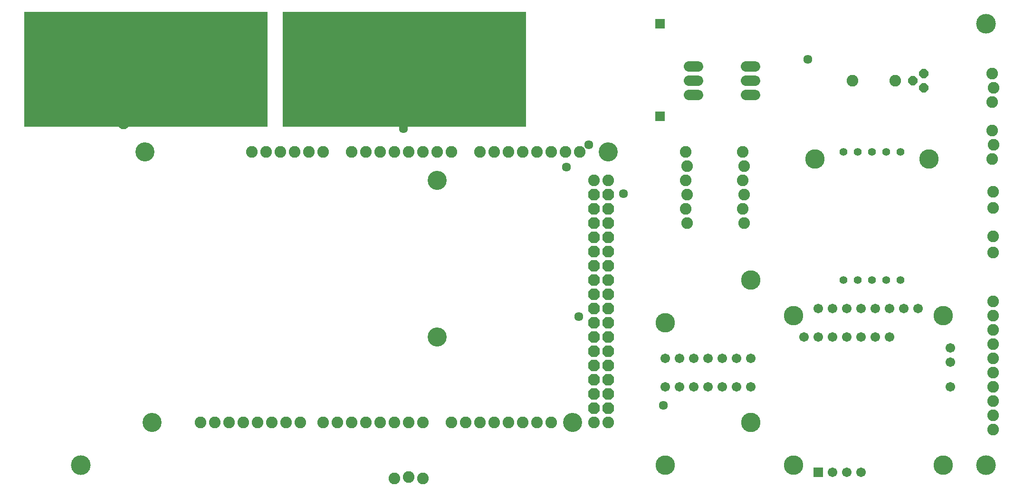
<source format=gbs>
G75*
%MOIN*%
%OFA0B0*%
%FSLAX25Y25*%
%IPPOS*%
%LPD*%
%AMOC8*
5,1,8,0,0,1.08239X$1,22.5*
%
%ADD10R,0.08800X0.08800*%
%ADD11C,0.08800*%
%ADD12R,0.06743X0.06743*%
%ADD13R,1.70500X0.81000*%
%ADD14C,0.08200*%
%ADD15OC8,0.08200*%
%ADD16C,0.13398*%
%ADD17OC8,0.06400*%
%ADD18C,0.13650*%
%ADD19C,0.06743*%
%ADD20C,0.07200*%
%ADD21C,0.05562*%
%ADD22C,0.13800*%
%ADD23C,0.06340*%
D10*
X0060842Y0282000D03*
D11*
X0060842Y0266820D03*
D12*
X0140842Y0266300D03*
X0140842Y0331300D03*
X0295842Y0331300D03*
X0322092Y0331300D03*
X0322092Y0266300D03*
X0295842Y0266300D03*
X0477092Y0266300D03*
X0477092Y0331300D03*
X0588342Y0016300D03*
D13*
X0297842Y0299300D03*
X0116592Y0299300D03*
D14*
X0100842Y0301300D03*
X0100842Y0291300D03*
X0100842Y0261300D03*
X0190842Y0241300D03*
X0200842Y0241300D03*
X0210842Y0241300D03*
X0220842Y0241300D03*
X0230842Y0241300D03*
X0240842Y0241300D03*
X0260842Y0241300D03*
X0270842Y0241300D03*
X0280842Y0241300D03*
X0290842Y0241300D03*
X0300842Y0241300D03*
X0310842Y0241300D03*
X0320842Y0241300D03*
X0330842Y0241300D03*
X0350842Y0241300D03*
X0360842Y0241300D03*
X0370842Y0241300D03*
X0380842Y0241300D03*
X0390842Y0241300D03*
X0400842Y0241300D03*
X0410842Y0241300D03*
X0420842Y0241300D03*
X0430842Y0221300D03*
X0440842Y0221300D03*
X0495342Y0221300D03*
X0496342Y0211300D03*
X0495342Y0201300D03*
X0496342Y0191300D03*
X0536342Y0191300D03*
X0535342Y0201300D03*
X0536342Y0211300D03*
X0535342Y0221300D03*
X0536342Y0231300D03*
X0535342Y0241300D03*
X0495342Y0241300D03*
X0496342Y0231300D03*
X0612092Y0291300D03*
X0642092Y0291300D03*
X0710342Y0296300D03*
X0711342Y0286300D03*
X0710342Y0276300D03*
X0710342Y0256300D03*
X0711342Y0246300D03*
X0710342Y0236300D03*
X0710842Y0213250D03*
X0710842Y0201850D03*
X0710842Y0182000D03*
X0710842Y0170600D03*
X0710842Y0136300D03*
X0710842Y0126300D03*
X0710842Y0116300D03*
X0710842Y0106300D03*
X0710842Y0096300D03*
X0710842Y0086300D03*
X0710842Y0076300D03*
X0710842Y0066300D03*
X0710842Y0056300D03*
X0710842Y0046300D03*
X0440842Y0051300D03*
X0430842Y0051300D03*
X0400842Y0051300D03*
X0390842Y0051300D03*
X0380842Y0051300D03*
X0370842Y0051300D03*
X0360842Y0051300D03*
X0350842Y0051300D03*
X0340842Y0051300D03*
X0330842Y0051300D03*
X0310842Y0051300D03*
X0300842Y0051300D03*
X0290842Y0051300D03*
X0280842Y0051300D03*
X0270842Y0051300D03*
X0260842Y0051300D03*
X0250842Y0051300D03*
X0240842Y0051300D03*
X0224842Y0051300D03*
X0214842Y0051300D03*
X0204842Y0051300D03*
X0194842Y0051300D03*
X0184842Y0051300D03*
X0174842Y0051300D03*
X0164842Y0051300D03*
X0154842Y0051300D03*
X0290842Y0012050D03*
X0300842Y0013050D03*
X0310842Y0012050D03*
X0100842Y0331300D03*
D15*
X0430842Y0211300D03*
X0440842Y0211300D03*
X0440842Y0201300D03*
X0430842Y0201300D03*
X0430842Y0191300D03*
X0440842Y0191300D03*
X0440842Y0181300D03*
X0430842Y0181300D03*
X0430842Y0171300D03*
X0440842Y0171300D03*
X0440842Y0161300D03*
X0430842Y0161300D03*
X0430842Y0151300D03*
X0440842Y0151300D03*
X0440842Y0141300D03*
X0430842Y0141300D03*
X0430842Y0131300D03*
X0440842Y0131300D03*
X0440842Y0121300D03*
X0430842Y0121300D03*
X0430842Y0111300D03*
X0440842Y0111300D03*
X0440842Y0101300D03*
X0430842Y0101300D03*
X0430842Y0091300D03*
X0440842Y0091300D03*
X0440842Y0081300D03*
X0430842Y0081300D03*
X0430842Y0071300D03*
X0440842Y0071300D03*
X0440842Y0061300D03*
X0430842Y0061300D03*
D16*
X0415842Y0051300D03*
X0320842Y0111300D03*
X0320842Y0221300D03*
X0440842Y0241300D03*
X0115842Y0241300D03*
X0120842Y0051300D03*
D17*
X0654592Y0291300D03*
X0662092Y0296300D03*
X0662092Y0286300D03*
D18*
X0665842Y0236300D03*
X0585842Y0236300D03*
X0540842Y0151300D03*
X0570842Y0126300D03*
X0480842Y0121300D03*
X0540842Y0051300D03*
X0570842Y0021300D03*
X0480842Y0021300D03*
X0675842Y0021300D03*
X0675842Y0126300D03*
D19*
X0658342Y0131300D03*
X0648342Y0131300D03*
X0638342Y0131300D03*
X0628342Y0131300D03*
X0618342Y0131300D03*
X0608342Y0131300D03*
X0598342Y0131300D03*
X0588342Y0131300D03*
X0588342Y0111300D03*
X0578342Y0111300D03*
X0598342Y0111300D03*
X0608342Y0111300D03*
X0618342Y0111300D03*
X0628342Y0111300D03*
X0638342Y0111300D03*
X0680842Y0103800D03*
X0680842Y0093800D03*
X0680842Y0076300D03*
X0618342Y0016300D03*
X0608342Y0016300D03*
X0598342Y0016300D03*
X0540842Y0076300D03*
X0530842Y0076300D03*
X0520842Y0076300D03*
X0510842Y0076300D03*
X0500842Y0076300D03*
X0490842Y0076300D03*
X0480842Y0076300D03*
X0480842Y0096300D03*
X0490842Y0096300D03*
X0500842Y0096300D03*
X0510842Y0096300D03*
X0520842Y0096300D03*
X0530842Y0096300D03*
X0540842Y0096300D03*
D20*
X0537642Y0281300D02*
X0544042Y0281300D01*
X0544042Y0291300D02*
X0537642Y0291300D01*
X0537642Y0301300D02*
X0544042Y0301300D01*
X0504042Y0301300D02*
X0497642Y0301300D01*
X0497642Y0291300D02*
X0504042Y0291300D01*
X0504042Y0281300D02*
X0497642Y0281300D01*
D21*
X0605842Y0241300D03*
X0615842Y0241300D03*
X0625842Y0241300D03*
X0635842Y0241300D03*
X0645842Y0241300D03*
X0645842Y0151300D03*
X0635842Y0151300D03*
X0625842Y0151300D03*
X0615842Y0151300D03*
X0605842Y0151300D03*
D22*
X0070842Y0021300D03*
X0070842Y0331300D03*
X0705842Y0331300D03*
X0705842Y0021300D03*
D23*
X0479592Y0063175D03*
X0420217Y0125675D03*
X0451467Y0211925D03*
X0411467Y0230675D03*
X0427092Y0246300D03*
X0297092Y0257550D03*
X0272717Y0266925D03*
X0580842Y0306300D03*
M02*

</source>
